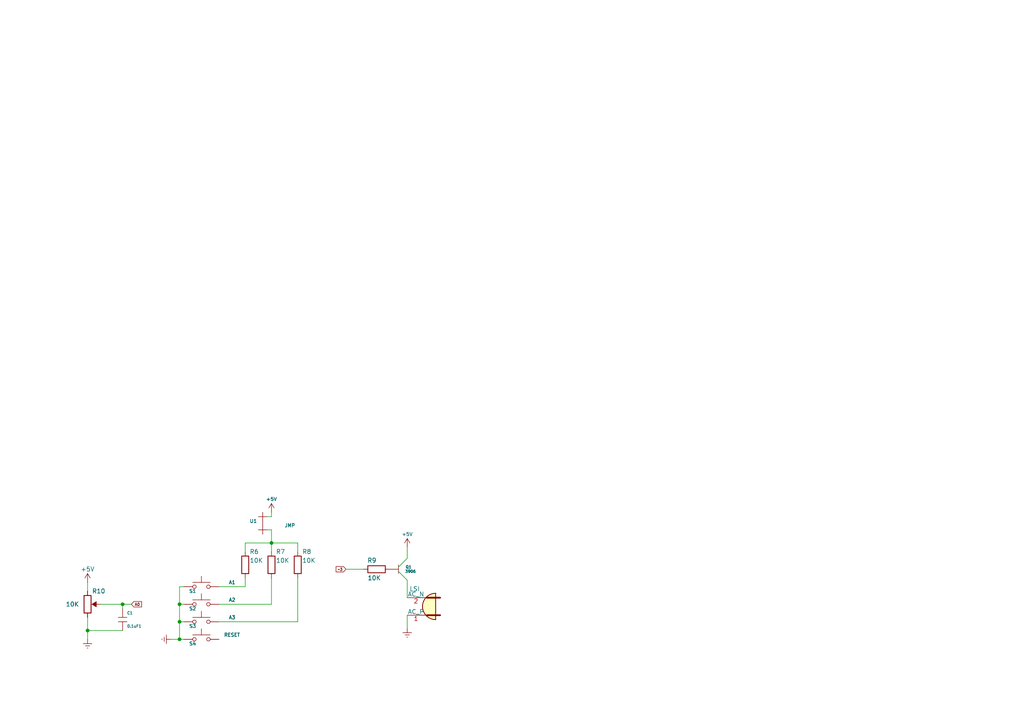
<source format=kicad_sch>
(kicad_sch (version 20211123) (generator eeschema)
  (paper "A4")
  (lib_symbols
    (symbol "1_KJC_LED_Library:myJMP"
      (property "Reference" "U" (at 1.27 1.27 0))
      (property "Value" "myJMP" (at 3.81 -1.27 0))
      (symbol "myJMP_0_1"
        (polyline (pts (xy -2.54 2.54) (xy 0 2.54) (xy -1.27 2.54) (xy -1.27 3.81) (xy -1.27 -2.54) (xy -1.27 -1.27) (xy -2.54 -1.27) (xy 0 -1.27) (xy -1.27 -1.27)))
      )
    )
    (symbol "1_KJC_LED_Library:myJac"
      (property "Reference" "U" (at -1.27 1.27 0))
      (property "Value" "myJac" (at 0 -2.54 0))
      (symbol "myJac_0_1"
        (polyline (pts (xy 0 -1.27) (xy 0 1.27) (xy 0 1.27)))
        (polyline (pts (xy -1.27 -1.27) (xy 1.27 -1.27) (xy -1.27 -1.27) (xy 0 -1.27)))
      )
    )
    (symbol "Connector:Conn_WallPlug" (pin_names (offset 0))
      (property "Reference" "P" (at -1.27 4.445 0))
      (property "Value" "Conn_WallPlug" (at -5.715 0 90))
      (symbol "Conn_WallPlug_0_1"
        (arc (start -3.175 -3.81) (mid 0.635 0) (end -3.175 3.81) (stroke (width 0.254)) (fill (type background)))
        (polyline (pts (xy -4.445 -2.54) (xy -0.635 -2.54)) (stroke (width 0.508)))
        (polyline (pts (xy -4.445 2.54) (xy -0.635 2.54)) (stroke (width 0.508)))
        (polyline (pts (xy -3.175 -3.81) (xy -3.175 3.81)) (stroke (width 0.254)))
        (polyline (pts (xy -0.635 -2.54) (xy 2.54 -2.54)))
        (polyline (pts (xy -0.635 2.54) (xy 2.54 2.54)))
      )
      (symbol "Conn_WallPlug_1_1"
        (pin power_out line (at 5.08 2.54 180) (length 5.08) (name "AC_P") (number "1"))
        (pin power_out line (at 5.08 -2.54 180) (length 5.08) (name "AC_N") (number "2"))
      )
    )
    (symbol "Device:R" (pin_numbers hide) (pin_names (offset 0))
      (property "Reference" "R" (at 2.032 0 90))
      (property "Value" "R" (at 0 0 90))
      (symbol "R_0_1"
        (rectangle (start -1.016 -2.54) (end 1.016 2.54) (stroke (width 0.254)))
      )
      (symbol "R_1_1"
        (pin passive line (at 0 3.81 270) (length 1.27) (name "~") (number "1"))
        (pin passive line (at 0 -3.81 90) (length 1.27) (name "~") (number "2"))
      )
    )
    (symbol "Switch:SW_Push" (pin_numbers hide) (pin_names (offset 1.016) hide)
      (property "Reference" "SW" (at 1.27 2.54 0))
      (property "Value" "SW_Push" (at 0 -1.524 0))
      (symbol "SW_Push_0_1"
        (circle (center -2.032 0) (radius 0.508))
        (polyline (pts (xy 0 1.27) (xy 0 3.048)))
        (polyline (pts (xy 2.54 1.27) (xy -2.54 1.27)))
        (circle (center 2.032 0) (radius 0.508))
        (pin passive line (at -5.08 0 0) (length 2.54) (name "1") (number "1"))
        (pin passive line (at 5.08 0 180) (length 2.54) (name "2") (number "2"))
      )
    )
    (symbol "power:+5V" (power) (pin_names (offset 0))
      (property "Value" "+5V" (at 0 3.556 0))
      (symbol "+5V_0_1"
        (polyline (pts (xy -0.762 1.27) (xy 0 2.54)))
        (polyline (pts (xy 0 0) (xy 0 2.54)))
        (polyline (pts (xy 0 2.54) (xy 0.762 1.27)))
      )
      (symbol "+5V_1_1"
        (pin power_in line (at 0 0 90) (length 0) hide (name "+5V") (number "1"))
      )
    )
    (symbol "power:Earth" (power) (pin_names (offset 0))
      (symbol "Earth_0_1"
        (polyline (pts (xy -0.635 -1.905) (xy 0.635 -1.905)))
        (polyline (pts (xy -0.127 -2.54) (xy 0.127 -2.54)))
        (polyline (pts (xy 0 -1.27) (xy 0 0)))
        (polyline (pts (xy 1.27 -1.27) (xy -1.27 -1.27)))
      )
      (symbol "Earth_1_1"
        (pin power_in line (at 0 0 270) (length 0) hide (name "Earth") (number "1"))
      )
    )
    (symbol "power:VCOM" (power) (pin_names (offset 0))
      (property "Value" "VCOM" (at 0 3.81 0))
      (symbol "VCOM_0_1"
        (polyline (pts (xy 0 0) (xy 0 2.54)))
        (polyline (pts (xy 0.762 1.27) (xy -0.762 1.27) (xy 0 2.54) (xy 0.762 1.27)) (fill (type outline)))
      )
      (symbol "VCOM_1_1"
        (pin power_in line (at 0 0 90) (length 0) hide (name "VCOM") (number "1"))
      )
    )
  )
  (junction (at 78.74 157.48))
  (junction (at 35.56 175.26))
  (junction (at 25.4 182.88))
  (junction (at 52.07 185.42))
  (junction (at 52.07 175.26))
  (junction (at 52.07 180.34))
  (bus_entry (at 115.57 164.465) (size 2.54 -2.54))
  (bus_entry (at 115.57 165.735) (size 2.54 2.54))
  (wire (pts (xy 71.12 157.48) (xy 78.74 157.48)))
  (wire (pts (xy 52.07 180.34) (xy 53.34 180.34)))
  (wire (pts (xy 77.47 149.86) (xy 78.74 149.86)))
  (wire (pts (xy 63.5 180.34) (xy 86.36 180.34)))
  (wire (pts (xy 118.11 178.435) (xy 118.11 182.245)))
  (wire (pts (xy 63.5 175.26) (xy 78.74 175.26)))
  (wire (pts (xy 78.74 148.59) (xy 78.74 149.86)))
  (wire (pts (xy 52.07 185.42) (xy 53.34 185.42)))
  (wire (pts (xy 71.12 160.02) (xy 71.12 157.48)))
  (wire (pts (xy 71.12 167.64) (xy 71.12 170.18)))
  (wire (pts (xy 25.4 182.88) (xy 35.56 182.88)))
  (wire (pts (xy 25.4 168.91) (xy 25.4 171.45)))
  (wire (pts (xy 25.4 182.88) (xy 25.4 185.42)))
  (wire (pts (xy 52.07 175.26) (xy 53.34 175.26)))
  (wire (pts (xy 35.56 175.26) (xy 38.1 175.26)))
  (wire (pts (xy 100.33 165.1) (xy 105.41 165.1)))
  (wire (pts (xy 63.5 170.18) (xy 71.12 170.18)))
  (wire (pts (xy 78.74 157.48) (xy 86.36 157.48)))
  (wire (pts (xy 78.74 157.48) (xy 78.74 160.02)))
  (wire (pts (xy 49.53 185.42) (xy 52.07 185.42)))
  (wire (pts (xy 35.56 175.26) (xy 35.56 176.53)))
  (wire (pts (xy 118.11 168.275) (xy 118.11 173.355)))
  (wire (pts (xy 52.07 175.26) (xy 52.07 180.34)))
  (wire (pts (xy 52.07 180.34) (xy 52.07 185.42)))
  (wire (pts (xy 78.74 153.67) (xy 78.74 157.48)))
  (wire (pts (xy 52.07 170.18) (xy 52.07 175.26)))
  (wire (pts (xy 29.21 175.26) (xy 35.56 175.26)))
  (wire (pts (xy 78.74 167.64) (xy 78.74 175.26)))
  (wire (pts (xy 86.36 167.64) (xy 86.36 180.34)))
  (wire (pts (xy 86.36 157.48) (xy 86.36 160.02)))
  (wire (pts (xy 118.11 158.75) (xy 118.11 161.925)))
  (wire (pts (xy 77.47 153.67) (xy 78.74 153.67)))
  (wire (pts (xy 53.34 170.18) (xy 52.07 170.18)))
  (wire (pts (xy 25.4 179.07) (xy 25.4 182.88)))
  (global_label "~3" (shape input) (at 100.33 165.1 180) (effects (font (size 0.8 0.8))) (property "Intersheet References" "${INTERSHEET_REFS}" (effects hide)))
  (global_label "A0" (shape input) (at 38.1 175.26 0) (effects (font (size 0.8 0.8))) (property "Intersheet References" "${INTERSHEET_REFS}" (effects hide)))
  (symbol (lib_id "power:+5V") (at 25.4 168.91 0) (unit 1)
    (property "Reference" "#PWR0103" (effects hide))
    (property "Value" "+5V" (at 25.4 165.1 0))
  )
  (symbol (lib_id "power:+5V") (at 118.11 158.75 0) (unit 1)
    (property "Reference" "#PWR0106" (effects hide))
    (property "Value" "+5V" (at 118.11 154.94 0) (effects (font (size 1 1))))
  )
  (symbol (lib_id "Connector:Conn_WallPlug") (at 123.19 175.895 180) (unit 1)
    (property "Reference" "P1" (effects hide))
    (property "Value" "LSI" (at 118.745 170.815 0) (effects (justify right)))
  )
  (symbol (lib_id "Device:R") (at 109.22 165.1 90) (unit 1)
    (property "Reference" "R9" (at 109.22 162.56 90) (effects (justify left)))
    (property "Value" "10K" (at 110.49 167.64 90) (effects (justify left)))
  )
  (symbol (lib_id "Switch:SW_Push") (at 58.42 170.18 0) (unit 1)
    (property "Reference" "S1" (at 55.88 171.45 0) (effects (font (size 1 1))))
    (property "Value" "A1" (at 67.31 168.91 0) (effects (font (size 1 1))))
  )
  (symbol (lib_id "1_KJC_LED_Library:myJac") (at 114.3 165.1 90) (unit 1)
    (property "Reference" "Q1" (at 119.38 164.465 90) (effects (font (size 0.8 0.8)) (justify left)))
    (property "Value" "3906" (at 120.65 165.735 90) (effects (font (size 0.8 0.8)) (justify left)))
  )
  (symbol (lib_id "power:Earth") (at 49.53 185.42 270) (unit 1)
    (property "Reference" "#PWR0104" (effects hide))
    (property "Value" "Earth" (effects hide))
  )
  (symbol (lib_id "power:Earth") (at 118.11 182.245 0) (unit 1)
    (property "Reference" "#PWR0107" (effects hide))
    (property "Value" "Earth" (effects hide))
  )
  (symbol (lib_id "Switch:SW_Push") (at 58.42 175.26 0) (unit 1)
    (property "Reference" "S2" (at 55.88 176.53 0) (effects (font (size 1 1))))
    (property "Value" "A2" (at 67.31 173.99 0) (effects (font (size 1 1))))
  )
  (symbol (lib_id "Switch:SW_Push") (at 58.42 185.42 0) (unit 1)
    (property "Reference" "S4" (at 55.88 186.69 0) (effects (font (size 1 1))))
    (property "Value" "RESET" (at 67.31 184.15 0) (effects (font (size 1 1))))
  )
  (symbol (lib_id "Device:R") (at 25.4 175.26 0) (unit 1)
    (property "Reference" "R10" (at 26.67 171.45 0) (effects (justify left)))
    (property "Value" "10K" (at 19.05 175.26 0) (effects (justify left)))
  )
  (symbol (lib_id "power:Earth") (at 25.4 185.42 0) (unit 1)
    (property "Reference" "#PWR0101" (effects hide))
    (property "Value" "Earth" (effects hide))
  )
  (symbol (lib_id "Switch:SW_Push") (at 58.42 180.34 0) (unit 1)
    (property "Reference" "S3" (at 55.88 181.61 0) (effects (font (size 1 1))))
    (property "Value" "A3" (at 67.31 179.07 0) (effects (font (size 1 1))))
  )
  (symbol (lib_id "power:VCOM") (at 29.21 175.26 90) (unit 1)
    (property "Reference" "#PWR0102" (effects hide))
    (property "Value" "VCOM" (effects hide))
  )
  (symbol (lib_id "Device:R") (at 78.74 163.83 0) (unit 1)
    (property "Reference" "R7" (at 80.01 160.02 0) (effects (justify left)))
    (property "Value" "10K" (at 80.01 162.56 0) (effects (justify left)))
  )
  (symbol (lib_id "Device:R") (at 86.36 163.83 0) (unit 1)
    (property "Reference" "R8" (at 87.63 160.02 0) (effects (justify left)))
    (property "Value" "10K" (at 87.63 162.56 0) (effects (justify left)))
  )
  (symbol (lib_id "power:+5V") (at 78.74 148.59 0) (unit 1)
    (property "Reference" "#PWR0105" (effects hide))
    (property "Value" "+5V" (at 78.74 144.78 0) (effects (font (size 1 1))))
  )
  (symbol (lib_id "1_KJC_LED_Library:myJac") (at 35.56 177.8 0) (unit 1)
    (property "Reference" "C1" (at 36.83 177.8 0) (effects (font (size 0.8 0.8)) (justify left)))
    (property "Value" "myJac" (effects hide))
  )
  (symbol (lib_id "1_KJC_LED_Library:myJac") (at 35.56 181.61 180) (unit 1)
    (property "Reference" "0.1uF1" (at 36.83 181.61 0) (effects (font (size 0.8 0.8)) (justify right)))
    (property "Value" "0.1 uF" (effects hide))
  )
  (symbol (lib_id "1_KJC_LED_Library:myJMP") (at 77.47 152.4 0) (unit 1)
    (property "Reference" "U1" (at 72.39 151.13 0) (effects (font (size 1 1)) (justify left)))
    (property "Value" "JMP" (at 82.55 152.4 0) (effects (font (size 1 1)) (justify left)))
  )
  (symbol (lib_id "Device:R") (at 71.12 163.83 0) (unit 1)
    (property "Reference" "R6" (at 72.39 160.02 0) (effects (justify left)))
    (property "Value" "10K" (at 72.39 162.56 0) (effects (justify left)))
  )
)
</source>
